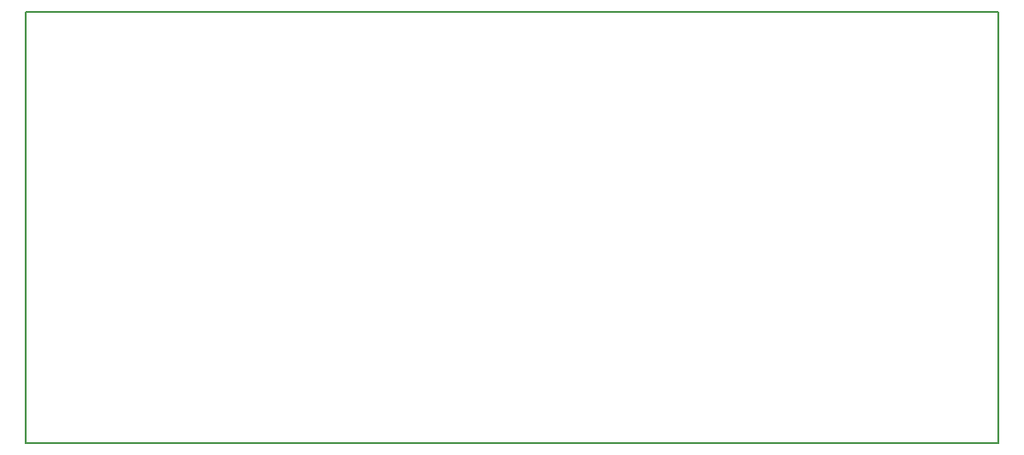
<source format=gm1>
G04 MADE WITH FRITZING*
G04 WWW.FRITZING.ORG*
G04 DOUBLE SIDED*
G04 HOLES PLATED*
G04 CONTOUR ON CENTER OF CONTOUR VECTOR*
%FSLAX26Y26*%
%MOIN*%
%ADD10R,3.543310X1.574800*%
%ADD11C,0.008000*%
%ADD10C,0.008*%
G04 CONTOUR*
%FSLAX26Y26*%
%MOIN*%
D10*
D11*
X4000Y1570800D02*
X3539310Y1570800D01*
X3539310Y4000D01*
X4000Y4000D01*
X4000Y1570800D01*
D02*
G04 End of contour*
M02*
</source>
